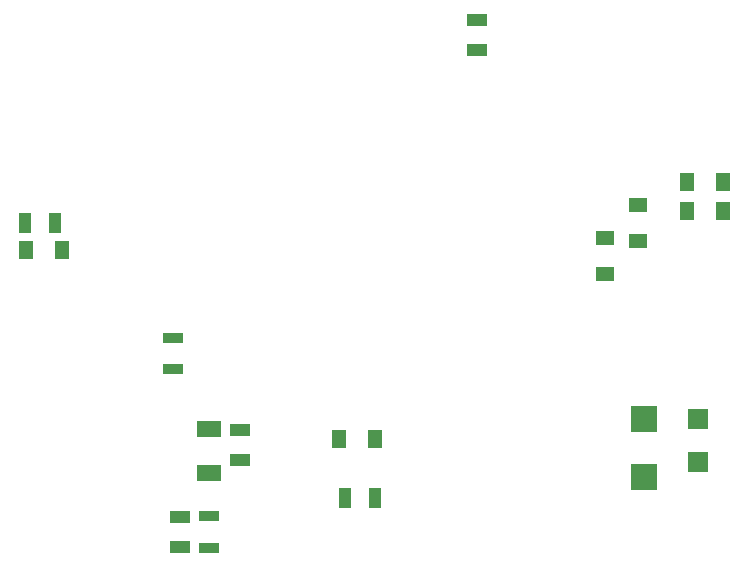
<source format=gbp>
G04*
G04 #@! TF.GenerationSoftware,Altium Limited,Altium Designer,21.3.2 (30)*
G04*
G04 Layer_Color=128*
%FSLAX25Y25*%
%MOIN*%
G70*
G04*
G04 #@! TF.SameCoordinates,394D426F-0CA9-4E3C-942C-AD562F4B4749*
G04*
G04*
G04 #@! TF.FilePolarity,Positive*
G04*
G01*
G75*
%ADD20R,0.04352X0.06528*%
%ADD58R,0.05906X0.05118*%
%ADD59R,0.06528X0.04352*%
%ADD60R,0.05118X0.05906*%
%ADD61R,0.06528X0.03764*%
%ADD62R,0.07992X0.05512*%
%ADD63R,0.08898X0.08504*%
%ADD64R,0.06614X0.06693*%
D20*
X138096Y41339D02*
D03*
X128046D02*
D03*
X21353Y133071D02*
D03*
X31403D02*
D03*
D58*
X225500Y139102D02*
D03*
Y126898D02*
D03*
X214500Y128102D02*
D03*
Y115898D02*
D03*
D59*
X172000Y190475D02*
D03*
Y200525D02*
D03*
X73000Y35025D02*
D03*
Y24975D02*
D03*
X93000Y64025D02*
D03*
Y53975D02*
D03*
D60*
X241898Y137000D02*
D03*
X254102D02*
D03*
X241898Y146500D02*
D03*
X254102D02*
D03*
X125787Y61024D02*
D03*
X137992D02*
D03*
X21457Y124016D02*
D03*
X33661D02*
D03*
D61*
X70500Y84279D02*
D03*
Y94721D02*
D03*
X82500Y35221D02*
D03*
Y24779D02*
D03*
D62*
Y49756D02*
D03*
Y64244D02*
D03*
D63*
X227500Y48354D02*
D03*
Y67646D02*
D03*
D64*
X245500Y53453D02*
D03*
Y67547D02*
D03*
M02*

</source>
